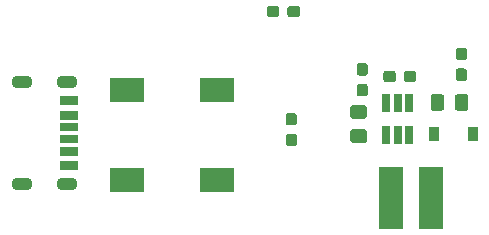
<source format=gtp>
G04 #@! TF.GenerationSoftware,KiCad,Pcbnew,(5.1.5-0)*
G04 #@! TF.CreationDate,2022-02-08T08:58:47-07:00*
G04 #@! TF.ProjectId,TPS61165-heater-v2,54505336-3131-4363-952d-686561746572,rev?*
G04 #@! TF.SameCoordinates,Original*
G04 #@! TF.FileFunction,Paste,Top*
G04 #@! TF.FilePolarity,Positive*
%FSLAX46Y46*%
G04 Gerber Fmt 4.6, Leading zero omitted, Abs format (unit mm)*
G04 Created by KiCad (PCBNEW (5.1.5-0)) date 2022-02-08 08:58:47*
%MOMM*%
%LPD*%
G04 APERTURE LIST*
%ADD10C,0.100000*%
%ADD11R,3.000000X2.000000*%
%ADD12R,0.650000X1.560000*%
%ADD13R,2.000000X5.300000*%
%ADD14O,1.800000X1.100000*%
%ADD15R,1.500000X0.800000*%
%ADD16R,1.500000X0.760000*%
%ADD17R,1.500000X0.700000*%
%ADD18R,0.900000X1.200000*%
G04 APERTURE END LIST*
D10*
G36*
X123124000Y-77850000D02*
G01*
X123124000Y-78650000D01*
X121626000Y-78650000D01*
X121626000Y-77850000D01*
X123124000Y-77850000D01*
G37*
G36*
X123124000Y-79100000D02*
G01*
X123124000Y-79860000D01*
X121626000Y-79860000D01*
X121626000Y-79100000D01*
X123124000Y-79100000D01*
G37*
G36*
X123124000Y-80149000D02*
G01*
X123124000Y-80850000D01*
X121626000Y-80850000D01*
X121626000Y-80149000D01*
X123124000Y-80149000D01*
G37*
G36*
X123124000Y-81150000D02*
G01*
X123124000Y-81851000D01*
X121626000Y-81851000D01*
X121626000Y-81150000D01*
X123124000Y-81150000D01*
G37*
G36*
X123124000Y-82140000D02*
G01*
X123124000Y-82900000D01*
X121626000Y-82900000D01*
X121626000Y-82140000D01*
X123124000Y-82140000D01*
G37*
G36*
X123124000Y-83349000D02*
G01*
X123124000Y-84150000D01*
X121626000Y-84150000D01*
X121626000Y-83349000D01*
X123124000Y-83349000D01*
G37*
D11*
X127300000Y-77390000D03*
X127300000Y-85010000D03*
X134900000Y-85010000D03*
X134900000Y-77390000D03*
D10*
G36*
X141460779Y-81051144D02*
G01*
X141483834Y-81054563D01*
X141506443Y-81060227D01*
X141528387Y-81068079D01*
X141549457Y-81078044D01*
X141569448Y-81090026D01*
X141588168Y-81103910D01*
X141605438Y-81119562D01*
X141621090Y-81136832D01*
X141634974Y-81155552D01*
X141646956Y-81175543D01*
X141656921Y-81196613D01*
X141664773Y-81218557D01*
X141670437Y-81241166D01*
X141673856Y-81264221D01*
X141675000Y-81287500D01*
X141675000Y-81862500D01*
X141673856Y-81885779D01*
X141670437Y-81908834D01*
X141664773Y-81931443D01*
X141656921Y-81953387D01*
X141646956Y-81974457D01*
X141634974Y-81994448D01*
X141621090Y-82013168D01*
X141605438Y-82030438D01*
X141588168Y-82046090D01*
X141569448Y-82059974D01*
X141549457Y-82071956D01*
X141528387Y-82081921D01*
X141506443Y-82089773D01*
X141483834Y-82095437D01*
X141460779Y-82098856D01*
X141437500Y-82100000D01*
X140962500Y-82100000D01*
X140939221Y-82098856D01*
X140916166Y-82095437D01*
X140893557Y-82089773D01*
X140871613Y-82081921D01*
X140850543Y-82071956D01*
X140830552Y-82059974D01*
X140811832Y-82046090D01*
X140794562Y-82030438D01*
X140778910Y-82013168D01*
X140765026Y-81994448D01*
X140753044Y-81974457D01*
X140743079Y-81953387D01*
X140735227Y-81931443D01*
X140729563Y-81908834D01*
X140726144Y-81885779D01*
X140725000Y-81862500D01*
X140725000Y-81287500D01*
X140726144Y-81264221D01*
X140729563Y-81241166D01*
X140735227Y-81218557D01*
X140743079Y-81196613D01*
X140753044Y-81175543D01*
X140765026Y-81155552D01*
X140778910Y-81136832D01*
X140794562Y-81119562D01*
X140811832Y-81103910D01*
X140830552Y-81090026D01*
X140850543Y-81078044D01*
X140871613Y-81068079D01*
X140893557Y-81060227D01*
X140916166Y-81054563D01*
X140939221Y-81051144D01*
X140962500Y-81050000D01*
X141437500Y-81050000D01*
X141460779Y-81051144D01*
G37*
G36*
X141460779Y-79301144D02*
G01*
X141483834Y-79304563D01*
X141506443Y-79310227D01*
X141528387Y-79318079D01*
X141549457Y-79328044D01*
X141569448Y-79340026D01*
X141588168Y-79353910D01*
X141605438Y-79369562D01*
X141621090Y-79386832D01*
X141634974Y-79405552D01*
X141646956Y-79425543D01*
X141656921Y-79446613D01*
X141664773Y-79468557D01*
X141670437Y-79491166D01*
X141673856Y-79514221D01*
X141675000Y-79537500D01*
X141675000Y-80112500D01*
X141673856Y-80135779D01*
X141670437Y-80158834D01*
X141664773Y-80181443D01*
X141656921Y-80203387D01*
X141646956Y-80224457D01*
X141634974Y-80244448D01*
X141621090Y-80263168D01*
X141605438Y-80280438D01*
X141588168Y-80296090D01*
X141569448Y-80309974D01*
X141549457Y-80321956D01*
X141528387Y-80331921D01*
X141506443Y-80339773D01*
X141483834Y-80345437D01*
X141460779Y-80348856D01*
X141437500Y-80350000D01*
X140962500Y-80350000D01*
X140939221Y-80348856D01*
X140916166Y-80345437D01*
X140893557Y-80339773D01*
X140871613Y-80331921D01*
X140850543Y-80321956D01*
X140830552Y-80309974D01*
X140811832Y-80296090D01*
X140794562Y-80280438D01*
X140778910Y-80263168D01*
X140765026Y-80244448D01*
X140753044Y-80224457D01*
X140743079Y-80203387D01*
X140735227Y-80181443D01*
X140729563Y-80158834D01*
X140726144Y-80135779D01*
X140725000Y-80112500D01*
X140725000Y-79537500D01*
X140726144Y-79514221D01*
X140729563Y-79491166D01*
X140735227Y-79468557D01*
X140743079Y-79446613D01*
X140753044Y-79425543D01*
X140765026Y-79405552D01*
X140778910Y-79386832D01*
X140794562Y-79369562D01*
X140811832Y-79353910D01*
X140830552Y-79340026D01*
X140850543Y-79328044D01*
X140871613Y-79318079D01*
X140893557Y-79310227D01*
X140916166Y-79304563D01*
X140939221Y-79301144D01*
X140962500Y-79300000D01*
X141437500Y-79300000D01*
X141460779Y-79301144D01*
G37*
G36*
X139960779Y-70226144D02*
G01*
X139983834Y-70229563D01*
X140006443Y-70235227D01*
X140028387Y-70243079D01*
X140049457Y-70253044D01*
X140069448Y-70265026D01*
X140088168Y-70278910D01*
X140105438Y-70294562D01*
X140121090Y-70311832D01*
X140134974Y-70330552D01*
X140146956Y-70350543D01*
X140156921Y-70371613D01*
X140164773Y-70393557D01*
X140170437Y-70416166D01*
X140173856Y-70439221D01*
X140175000Y-70462500D01*
X140175000Y-70937500D01*
X140173856Y-70960779D01*
X140170437Y-70983834D01*
X140164773Y-71006443D01*
X140156921Y-71028387D01*
X140146956Y-71049457D01*
X140134974Y-71069448D01*
X140121090Y-71088168D01*
X140105438Y-71105438D01*
X140088168Y-71121090D01*
X140069448Y-71134974D01*
X140049457Y-71146956D01*
X140028387Y-71156921D01*
X140006443Y-71164773D01*
X139983834Y-71170437D01*
X139960779Y-71173856D01*
X139937500Y-71175000D01*
X139362500Y-71175000D01*
X139339221Y-71173856D01*
X139316166Y-71170437D01*
X139293557Y-71164773D01*
X139271613Y-71156921D01*
X139250543Y-71146956D01*
X139230552Y-71134974D01*
X139211832Y-71121090D01*
X139194562Y-71105438D01*
X139178910Y-71088168D01*
X139165026Y-71069448D01*
X139153044Y-71049457D01*
X139143079Y-71028387D01*
X139135227Y-71006443D01*
X139129563Y-70983834D01*
X139126144Y-70960779D01*
X139125000Y-70937500D01*
X139125000Y-70462500D01*
X139126144Y-70439221D01*
X139129563Y-70416166D01*
X139135227Y-70393557D01*
X139143079Y-70371613D01*
X139153044Y-70350543D01*
X139165026Y-70330552D01*
X139178910Y-70311832D01*
X139194562Y-70294562D01*
X139211832Y-70278910D01*
X139230552Y-70265026D01*
X139250543Y-70253044D01*
X139271613Y-70243079D01*
X139293557Y-70235227D01*
X139316166Y-70229563D01*
X139339221Y-70226144D01*
X139362500Y-70225000D01*
X139937500Y-70225000D01*
X139960779Y-70226144D01*
G37*
G36*
X141710779Y-70226144D02*
G01*
X141733834Y-70229563D01*
X141756443Y-70235227D01*
X141778387Y-70243079D01*
X141799457Y-70253044D01*
X141819448Y-70265026D01*
X141838168Y-70278910D01*
X141855438Y-70294562D01*
X141871090Y-70311832D01*
X141884974Y-70330552D01*
X141896956Y-70350543D01*
X141906921Y-70371613D01*
X141914773Y-70393557D01*
X141920437Y-70416166D01*
X141923856Y-70439221D01*
X141925000Y-70462500D01*
X141925000Y-70937500D01*
X141923856Y-70960779D01*
X141920437Y-70983834D01*
X141914773Y-71006443D01*
X141906921Y-71028387D01*
X141896956Y-71049457D01*
X141884974Y-71069448D01*
X141871090Y-71088168D01*
X141855438Y-71105438D01*
X141838168Y-71121090D01*
X141819448Y-71134974D01*
X141799457Y-71146956D01*
X141778387Y-71156921D01*
X141756443Y-71164773D01*
X141733834Y-71170437D01*
X141710779Y-71173856D01*
X141687500Y-71175000D01*
X141112500Y-71175000D01*
X141089221Y-71173856D01*
X141066166Y-71170437D01*
X141043557Y-71164773D01*
X141021613Y-71156921D01*
X141000543Y-71146956D01*
X140980552Y-71134974D01*
X140961832Y-71121090D01*
X140944562Y-71105438D01*
X140928910Y-71088168D01*
X140915026Y-71069448D01*
X140903044Y-71049457D01*
X140893079Y-71028387D01*
X140885227Y-71006443D01*
X140879563Y-70983834D01*
X140876144Y-70960779D01*
X140875000Y-70937500D01*
X140875000Y-70462500D01*
X140876144Y-70439221D01*
X140879563Y-70416166D01*
X140885227Y-70393557D01*
X140893079Y-70371613D01*
X140903044Y-70350543D01*
X140915026Y-70330552D01*
X140928910Y-70311832D01*
X140944562Y-70294562D01*
X140961832Y-70278910D01*
X140980552Y-70265026D01*
X141000543Y-70253044D01*
X141021613Y-70243079D01*
X141043557Y-70235227D01*
X141066166Y-70229563D01*
X141089221Y-70226144D01*
X141112500Y-70225000D01*
X141687500Y-70225000D01*
X141710779Y-70226144D01*
G37*
D12*
X150200000Y-78450000D03*
X149250000Y-78450000D03*
X151150000Y-78450000D03*
X151150000Y-81150000D03*
X150200000Y-81150000D03*
X149250000Y-81150000D03*
D13*
X153000000Y-86500000D03*
X149600000Y-86500000D03*
D10*
G36*
X155860779Y-75526144D02*
G01*
X155883834Y-75529563D01*
X155906443Y-75535227D01*
X155928387Y-75543079D01*
X155949457Y-75553044D01*
X155969448Y-75565026D01*
X155988168Y-75578910D01*
X156005438Y-75594562D01*
X156021090Y-75611832D01*
X156034974Y-75630552D01*
X156046956Y-75650543D01*
X156056921Y-75671613D01*
X156064773Y-75693557D01*
X156070437Y-75716166D01*
X156073856Y-75739221D01*
X156075000Y-75762500D01*
X156075000Y-76337500D01*
X156073856Y-76360779D01*
X156070437Y-76383834D01*
X156064773Y-76406443D01*
X156056921Y-76428387D01*
X156046956Y-76449457D01*
X156034974Y-76469448D01*
X156021090Y-76488168D01*
X156005438Y-76505438D01*
X155988168Y-76521090D01*
X155969448Y-76534974D01*
X155949457Y-76546956D01*
X155928387Y-76556921D01*
X155906443Y-76564773D01*
X155883834Y-76570437D01*
X155860779Y-76573856D01*
X155837500Y-76575000D01*
X155362500Y-76575000D01*
X155339221Y-76573856D01*
X155316166Y-76570437D01*
X155293557Y-76564773D01*
X155271613Y-76556921D01*
X155250543Y-76546956D01*
X155230552Y-76534974D01*
X155211832Y-76521090D01*
X155194562Y-76505438D01*
X155178910Y-76488168D01*
X155165026Y-76469448D01*
X155153044Y-76449457D01*
X155143079Y-76428387D01*
X155135227Y-76406443D01*
X155129563Y-76383834D01*
X155126144Y-76360779D01*
X155125000Y-76337500D01*
X155125000Y-75762500D01*
X155126144Y-75739221D01*
X155129563Y-75716166D01*
X155135227Y-75693557D01*
X155143079Y-75671613D01*
X155153044Y-75650543D01*
X155165026Y-75630552D01*
X155178910Y-75611832D01*
X155194562Y-75594562D01*
X155211832Y-75578910D01*
X155230552Y-75565026D01*
X155250543Y-75553044D01*
X155271613Y-75543079D01*
X155293557Y-75535227D01*
X155316166Y-75529563D01*
X155339221Y-75526144D01*
X155362500Y-75525000D01*
X155837500Y-75525000D01*
X155860779Y-75526144D01*
G37*
G36*
X155860779Y-73776144D02*
G01*
X155883834Y-73779563D01*
X155906443Y-73785227D01*
X155928387Y-73793079D01*
X155949457Y-73803044D01*
X155969448Y-73815026D01*
X155988168Y-73828910D01*
X156005438Y-73844562D01*
X156021090Y-73861832D01*
X156034974Y-73880552D01*
X156046956Y-73900543D01*
X156056921Y-73921613D01*
X156064773Y-73943557D01*
X156070437Y-73966166D01*
X156073856Y-73989221D01*
X156075000Y-74012500D01*
X156075000Y-74587500D01*
X156073856Y-74610779D01*
X156070437Y-74633834D01*
X156064773Y-74656443D01*
X156056921Y-74678387D01*
X156046956Y-74699457D01*
X156034974Y-74719448D01*
X156021090Y-74738168D01*
X156005438Y-74755438D01*
X155988168Y-74771090D01*
X155969448Y-74784974D01*
X155949457Y-74796956D01*
X155928387Y-74806921D01*
X155906443Y-74814773D01*
X155883834Y-74820437D01*
X155860779Y-74823856D01*
X155837500Y-74825000D01*
X155362500Y-74825000D01*
X155339221Y-74823856D01*
X155316166Y-74820437D01*
X155293557Y-74814773D01*
X155271613Y-74806921D01*
X155250543Y-74796956D01*
X155230552Y-74784974D01*
X155211832Y-74771090D01*
X155194562Y-74755438D01*
X155178910Y-74738168D01*
X155165026Y-74719448D01*
X155153044Y-74699457D01*
X155143079Y-74678387D01*
X155135227Y-74656443D01*
X155129563Y-74633834D01*
X155126144Y-74610779D01*
X155125000Y-74587500D01*
X155125000Y-74012500D01*
X155126144Y-73989221D01*
X155129563Y-73966166D01*
X155135227Y-73943557D01*
X155143079Y-73921613D01*
X155153044Y-73900543D01*
X155165026Y-73880552D01*
X155178910Y-73861832D01*
X155194562Y-73844562D01*
X155211832Y-73828910D01*
X155230552Y-73815026D01*
X155250543Y-73803044D01*
X155271613Y-73793079D01*
X155293557Y-73785227D01*
X155316166Y-73779563D01*
X155339221Y-73776144D01*
X155362500Y-73775000D01*
X155837500Y-73775000D01*
X155860779Y-73776144D01*
G37*
G36*
X147460779Y-75076144D02*
G01*
X147483834Y-75079563D01*
X147506443Y-75085227D01*
X147528387Y-75093079D01*
X147549457Y-75103044D01*
X147569448Y-75115026D01*
X147588168Y-75128910D01*
X147605438Y-75144562D01*
X147621090Y-75161832D01*
X147634974Y-75180552D01*
X147646956Y-75200543D01*
X147656921Y-75221613D01*
X147664773Y-75243557D01*
X147670437Y-75266166D01*
X147673856Y-75289221D01*
X147675000Y-75312500D01*
X147675000Y-75887500D01*
X147673856Y-75910779D01*
X147670437Y-75933834D01*
X147664773Y-75956443D01*
X147656921Y-75978387D01*
X147646956Y-75999457D01*
X147634974Y-76019448D01*
X147621090Y-76038168D01*
X147605438Y-76055438D01*
X147588168Y-76071090D01*
X147569448Y-76084974D01*
X147549457Y-76096956D01*
X147528387Y-76106921D01*
X147506443Y-76114773D01*
X147483834Y-76120437D01*
X147460779Y-76123856D01*
X147437500Y-76125000D01*
X146962500Y-76125000D01*
X146939221Y-76123856D01*
X146916166Y-76120437D01*
X146893557Y-76114773D01*
X146871613Y-76106921D01*
X146850543Y-76096956D01*
X146830552Y-76084974D01*
X146811832Y-76071090D01*
X146794562Y-76055438D01*
X146778910Y-76038168D01*
X146765026Y-76019448D01*
X146753044Y-75999457D01*
X146743079Y-75978387D01*
X146735227Y-75956443D01*
X146729563Y-75933834D01*
X146726144Y-75910779D01*
X146725000Y-75887500D01*
X146725000Y-75312500D01*
X146726144Y-75289221D01*
X146729563Y-75266166D01*
X146735227Y-75243557D01*
X146743079Y-75221613D01*
X146753044Y-75200543D01*
X146765026Y-75180552D01*
X146778910Y-75161832D01*
X146794562Y-75144562D01*
X146811832Y-75128910D01*
X146830552Y-75115026D01*
X146850543Y-75103044D01*
X146871613Y-75093079D01*
X146893557Y-75085227D01*
X146916166Y-75079563D01*
X146939221Y-75076144D01*
X146962500Y-75075000D01*
X147437500Y-75075000D01*
X147460779Y-75076144D01*
G37*
G36*
X147460779Y-76826144D02*
G01*
X147483834Y-76829563D01*
X147506443Y-76835227D01*
X147528387Y-76843079D01*
X147549457Y-76853044D01*
X147569448Y-76865026D01*
X147588168Y-76878910D01*
X147605438Y-76894562D01*
X147621090Y-76911832D01*
X147634974Y-76930552D01*
X147646956Y-76950543D01*
X147656921Y-76971613D01*
X147664773Y-76993557D01*
X147670437Y-77016166D01*
X147673856Y-77039221D01*
X147675000Y-77062500D01*
X147675000Y-77637500D01*
X147673856Y-77660779D01*
X147670437Y-77683834D01*
X147664773Y-77706443D01*
X147656921Y-77728387D01*
X147646956Y-77749457D01*
X147634974Y-77769448D01*
X147621090Y-77788168D01*
X147605438Y-77805438D01*
X147588168Y-77821090D01*
X147569448Y-77834974D01*
X147549457Y-77846956D01*
X147528387Y-77856921D01*
X147506443Y-77864773D01*
X147483834Y-77870437D01*
X147460779Y-77873856D01*
X147437500Y-77875000D01*
X146962500Y-77875000D01*
X146939221Y-77873856D01*
X146916166Y-77870437D01*
X146893557Y-77864773D01*
X146871613Y-77856921D01*
X146850543Y-77846956D01*
X146830552Y-77834974D01*
X146811832Y-77821090D01*
X146794562Y-77805438D01*
X146778910Y-77788168D01*
X146765026Y-77769448D01*
X146753044Y-77749457D01*
X146743079Y-77728387D01*
X146735227Y-77706443D01*
X146729563Y-77683834D01*
X146726144Y-77660779D01*
X146725000Y-77637500D01*
X146725000Y-77062500D01*
X146726144Y-77039221D01*
X146729563Y-77016166D01*
X146735227Y-76993557D01*
X146743079Y-76971613D01*
X146753044Y-76950543D01*
X146765026Y-76930552D01*
X146778910Y-76911832D01*
X146794562Y-76894562D01*
X146811832Y-76878910D01*
X146830552Y-76865026D01*
X146850543Y-76853044D01*
X146871613Y-76843079D01*
X146893557Y-76835227D01*
X146916166Y-76829563D01*
X146939221Y-76826144D01*
X146962500Y-76825000D01*
X147437500Y-76825000D01*
X147460779Y-76826144D01*
G37*
D14*
X118425000Y-76680000D03*
X118425000Y-85320000D03*
X122225000Y-76680000D03*
X122225000Y-85320000D03*
D15*
X122375000Y-78250000D03*
D16*
X122375000Y-79480000D03*
D17*
X122375000Y-80500000D03*
X122375000Y-81500000D03*
D16*
X122375000Y-82520000D03*
D15*
X122375000Y-83750000D03*
D18*
X153250000Y-81100000D03*
X156550000Y-81100000D03*
D10*
G36*
X147374505Y-78626204D02*
G01*
X147398773Y-78629804D01*
X147422572Y-78635765D01*
X147445671Y-78644030D01*
X147467850Y-78654520D01*
X147488893Y-78667132D01*
X147508599Y-78681747D01*
X147526777Y-78698223D01*
X147543253Y-78716401D01*
X147557868Y-78736107D01*
X147570480Y-78757150D01*
X147580970Y-78779329D01*
X147589235Y-78802428D01*
X147595196Y-78826227D01*
X147598796Y-78850495D01*
X147600000Y-78874999D01*
X147600000Y-79525001D01*
X147598796Y-79549505D01*
X147595196Y-79573773D01*
X147589235Y-79597572D01*
X147580970Y-79620671D01*
X147570480Y-79642850D01*
X147557868Y-79663893D01*
X147543253Y-79683599D01*
X147526777Y-79701777D01*
X147508599Y-79718253D01*
X147488893Y-79732868D01*
X147467850Y-79745480D01*
X147445671Y-79755970D01*
X147422572Y-79764235D01*
X147398773Y-79770196D01*
X147374505Y-79773796D01*
X147350001Y-79775000D01*
X146449999Y-79775000D01*
X146425495Y-79773796D01*
X146401227Y-79770196D01*
X146377428Y-79764235D01*
X146354329Y-79755970D01*
X146332150Y-79745480D01*
X146311107Y-79732868D01*
X146291401Y-79718253D01*
X146273223Y-79701777D01*
X146256747Y-79683599D01*
X146242132Y-79663893D01*
X146229520Y-79642850D01*
X146219030Y-79620671D01*
X146210765Y-79597572D01*
X146204804Y-79573773D01*
X146201204Y-79549505D01*
X146200000Y-79525001D01*
X146200000Y-78874999D01*
X146201204Y-78850495D01*
X146204804Y-78826227D01*
X146210765Y-78802428D01*
X146219030Y-78779329D01*
X146229520Y-78757150D01*
X146242132Y-78736107D01*
X146256747Y-78716401D01*
X146273223Y-78698223D01*
X146291401Y-78681747D01*
X146311107Y-78667132D01*
X146332150Y-78654520D01*
X146354329Y-78644030D01*
X146377428Y-78635765D01*
X146401227Y-78629804D01*
X146425495Y-78626204D01*
X146449999Y-78625000D01*
X147350001Y-78625000D01*
X147374505Y-78626204D01*
G37*
G36*
X147374505Y-80676204D02*
G01*
X147398773Y-80679804D01*
X147422572Y-80685765D01*
X147445671Y-80694030D01*
X147467850Y-80704520D01*
X147488893Y-80717132D01*
X147508599Y-80731747D01*
X147526777Y-80748223D01*
X147543253Y-80766401D01*
X147557868Y-80786107D01*
X147570480Y-80807150D01*
X147580970Y-80829329D01*
X147589235Y-80852428D01*
X147595196Y-80876227D01*
X147598796Y-80900495D01*
X147600000Y-80924999D01*
X147600000Y-81575001D01*
X147598796Y-81599505D01*
X147595196Y-81623773D01*
X147589235Y-81647572D01*
X147580970Y-81670671D01*
X147570480Y-81692850D01*
X147557868Y-81713893D01*
X147543253Y-81733599D01*
X147526777Y-81751777D01*
X147508599Y-81768253D01*
X147488893Y-81782868D01*
X147467850Y-81795480D01*
X147445671Y-81805970D01*
X147422572Y-81814235D01*
X147398773Y-81820196D01*
X147374505Y-81823796D01*
X147350001Y-81825000D01*
X146449999Y-81825000D01*
X146425495Y-81823796D01*
X146401227Y-81820196D01*
X146377428Y-81814235D01*
X146354329Y-81805970D01*
X146332150Y-81795480D01*
X146311107Y-81782868D01*
X146291401Y-81768253D01*
X146273223Y-81751777D01*
X146256747Y-81733599D01*
X146242132Y-81713893D01*
X146229520Y-81692850D01*
X146219030Y-81670671D01*
X146210765Y-81647572D01*
X146204804Y-81623773D01*
X146201204Y-81599505D01*
X146200000Y-81575001D01*
X146200000Y-80924999D01*
X146201204Y-80900495D01*
X146204804Y-80876227D01*
X146210765Y-80852428D01*
X146219030Y-80829329D01*
X146229520Y-80807150D01*
X146242132Y-80786107D01*
X146256747Y-80766401D01*
X146273223Y-80748223D01*
X146291401Y-80731747D01*
X146311107Y-80717132D01*
X146332150Y-80704520D01*
X146354329Y-80694030D01*
X146377428Y-80685765D01*
X146401227Y-80679804D01*
X146425495Y-80676204D01*
X146449999Y-80675000D01*
X147350001Y-80675000D01*
X147374505Y-80676204D01*
G37*
G36*
X153924505Y-77701204D02*
G01*
X153948773Y-77704804D01*
X153972572Y-77710765D01*
X153995671Y-77719030D01*
X154017850Y-77729520D01*
X154038893Y-77742132D01*
X154058599Y-77756747D01*
X154076777Y-77773223D01*
X154093253Y-77791401D01*
X154107868Y-77811107D01*
X154120480Y-77832150D01*
X154130970Y-77854329D01*
X154139235Y-77877428D01*
X154145196Y-77901227D01*
X154148796Y-77925495D01*
X154150000Y-77949999D01*
X154150000Y-78850001D01*
X154148796Y-78874505D01*
X154145196Y-78898773D01*
X154139235Y-78922572D01*
X154130970Y-78945671D01*
X154120480Y-78967850D01*
X154107868Y-78988893D01*
X154093253Y-79008599D01*
X154076777Y-79026777D01*
X154058599Y-79043253D01*
X154038893Y-79057868D01*
X154017850Y-79070480D01*
X153995671Y-79080970D01*
X153972572Y-79089235D01*
X153948773Y-79095196D01*
X153924505Y-79098796D01*
X153900001Y-79100000D01*
X153249999Y-79100000D01*
X153225495Y-79098796D01*
X153201227Y-79095196D01*
X153177428Y-79089235D01*
X153154329Y-79080970D01*
X153132150Y-79070480D01*
X153111107Y-79057868D01*
X153091401Y-79043253D01*
X153073223Y-79026777D01*
X153056747Y-79008599D01*
X153042132Y-78988893D01*
X153029520Y-78967850D01*
X153019030Y-78945671D01*
X153010765Y-78922572D01*
X153004804Y-78898773D01*
X153001204Y-78874505D01*
X153000000Y-78850001D01*
X153000000Y-77949999D01*
X153001204Y-77925495D01*
X153004804Y-77901227D01*
X153010765Y-77877428D01*
X153019030Y-77854329D01*
X153029520Y-77832150D01*
X153042132Y-77811107D01*
X153056747Y-77791401D01*
X153073223Y-77773223D01*
X153091401Y-77756747D01*
X153111107Y-77742132D01*
X153132150Y-77729520D01*
X153154329Y-77719030D01*
X153177428Y-77710765D01*
X153201227Y-77704804D01*
X153225495Y-77701204D01*
X153249999Y-77700000D01*
X153900001Y-77700000D01*
X153924505Y-77701204D01*
G37*
G36*
X155974505Y-77701204D02*
G01*
X155998773Y-77704804D01*
X156022572Y-77710765D01*
X156045671Y-77719030D01*
X156067850Y-77729520D01*
X156088893Y-77742132D01*
X156108599Y-77756747D01*
X156126777Y-77773223D01*
X156143253Y-77791401D01*
X156157868Y-77811107D01*
X156170480Y-77832150D01*
X156180970Y-77854329D01*
X156189235Y-77877428D01*
X156195196Y-77901227D01*
X156198796Y-77925495D01*
X156200000Y-77949999D01*
X156200000Y-78850001D01*
X156198796Y-78874505D01*
X156195196Y-78898773D01*
X156189235Y-78922572D01*
X156180970Y-78945671D01*
X156170480Y-78967850D01*
X156157868Y-78988893D01*
X156143253Y-79008599D01*
X156126777Y-79026777D01*
X156108599Y-79043253D01*
X156088893Y-79057868D01*
X156067850Y-79070480D01*
X156045671Y-79080970D01*
X156022572Y-79089235D01*
X155998773Y-79095196D01*
X155974505Y-79098796D01*
X155950001Y-79100000D01*
X155299999Y-79100000D01*
X155275495Y-79098796D01*
X155251227Y-79095196D01*
X155227428Y-79089235D01*
X155204329Y-79080970D01*
X155182150Y-79070480D01*
X155161107Y-79057868D01*
X155141401Y-79043253D01*
X155123223Y-79026777D01*
X155106747Y-79008599D01*
X155092132Y-78988893D01*
X155079520Y-78967850D01*
X155069030Y-78945671D01*
X155060765Y-78922572D01*
X155054804Y-78898773D01*
X155051204Y-78874505D01*
X155050000Y-78850001D01*
X155050000Y-77949999D01*
X155051204Y-77925495D01*
X155054804Y-77901227D01*
X155060765Y-77877428D01*
X155069030Y-77854329D01*
X155079520Y-77832150D01*
X155092132Y-77811107D01*
X155106747Y-77791401D01*
X155123223Y-77773223D01*
X155141401Y-77756747D01*
X155161107Y-77742132D01*
X155182150Y-77729520D01*
X155204329Y-77719030D01*
X155227428Y-77710765D01*
X155251227Y-77704804D01*
X155275495Y-77701204D01*
X155299999Y-77700000D01*
X155950001Y-77700000D01*
X155974505Y-77701204D01*
G37*
G36*
X151585779Y-75726144D02*
G01*
X151608834Y-75729563D01*
X151631443Y-75735227D01*
X151653387Y-75743079D01*
X151674457Y-75753044D01*
X151694448Y-75765026D01*
X151713168Y-75778910D01*
X151730438Y-75794562D01*
X151746090Y-75811832D01*
X151759974Y-75830552D01*
X151771956Y-75850543D01*
X151781921Y-75871613D01*
X151789773Y-75893557D01*
X151795437Y-75916166D01*
X151798856Y-75939221D01*
X151800000Y-75962500D01*
X151800000Y-76437500D01*
X151798856Y-76460779D01*
X151795437Y-76483834D01*
X151789773Y-76506443D01*
X151781921Y-76528387D01*
X151771956Y-76549457D01*
X151759974Y-76569448D01*
X151746090Y-76588168D01*
X151730438Y-76605438D01*
X151713168Y-76621090D01*
X151694448Y-76634974D01*
X151674457Y-76646956D01*
X151653387Y-76656921D01*
X151631443Y-76664773D01*
X151608834Y-76670437D01*
X151585779Y-76673856D01*
X151562500Y-76675000D01*
X150987500Y-76675000D01*
X150964221Y-76673856D01*
X150941166Y-76670437D01*
X150918557Y-76664773D01*
X150896613Y-76656921D01*
X150875543Y-76646956D01*
X150855552Y-76634974D01*
X150836832Y-76621090D01*
X150819562Y-76605438D01*
X150803910Y-76588168D01*
X150790026Y-76569448D01*
X150778044Y-76549457D01*
X150768079Y-76528387D01*
X150760227Y-76506443D01*
X150754563Y-76483834D01*
X150751144Y-76460779D01*
X150750000Y-76437500D01*
X150750000Y-75962500D01*
X150751144Y-75939221D01*
X150754563Y-75916166D01*
X150760227Y-75893557D01*
X150768079Y-75871613D01*
X150778044Y-75850543D01*
X150790026Y-75830552D01*
X150803910Y-75811832D01*
X150819562Y-75794562D01*
X150836832Y-75778910D01*
X150855552Y-75765026D01*
X150875543Y-75753044D01*
X150896613Y-75743079D01*
X150918557Y-75735227D01*
X150941166Y-75729563D01*
X150964221Y-75726144D01*
X150987500Y-75725000D01*
X151562500Y-75725000D01*
X151585779Y-75726144D01*
G37*
G36*
X149835779Y-75726144D02*
G01*
X149858834Y-75729563D01*
X149881443Y-75735227D01*
X149903387Y-75743079D01*
X149924457Y-75753044D01*
X149944448Y-75765026D01*
X149963168Y-75778910D01*
X149980438Y-75794562D01*
X149996090Y-75811832D01*
X150009974Y-75830552D01*
X150021956Y-75850543D01*
X150031921Y-75871613D01*
X150039773Y-75893557D01*
X150045437Y-75916166D01*
X150048856Y-75939221D01*
X150050000Y-75962500D01*
X150050000Y-76437500D01*
X150048856Y-76460779D01*
X150045437Y-76483834D01*
X150039773Y-76506443D01*
X150031921Y-76528387D01*
X150021956Y-76549457D01*
X150009974Y-76569448D01*
X149996090Y-76588168D01*
X149980438Y-76605438D01*
X149963168Y-76621090D01*
X149944448Y-76634974D01*
X149924457Y-76646956D01*
X149903387Y-76656921D01*
X149881443Y-76664773D01*
X149858834Y-76670437D01*
X149835779Y-76673856D01*
X149812500Y-76675000D01*
X149237500Y-76675000D01*
X149214221Y-76673856D01*
X149191166Y-76670437D01*
X149168557Y-76664773D01*
X149146613Y-76656921D01*
X149125543Y-76646956D01*
X149105552Y-76634974D01*
X149086832Y-76621090D01*
X149069562Y-76605438D01*
X149053910Y-76588168D01*
X149040026Y-76569448D01*
X149028044Y-76549457D01*
X149018079Y-76528387D01*
X149010227Y-76506443D01*
X149004563Y-76483834D01*
X149001144Y-76460779D01*
X149000000Y-76437500D01*
X149000000Y-75962500D01*
X149001144Y-75939221D01*
X149004563Y-75916166D01*
X149010227Y-75893557D01*
X149018079Y-75871613D01*
X149028044Y-75850543D01*
X149040026Y-75830552D01*
X149053910Y-75811832D01*
X149069562Y-75794562D01*
X149086832Y-75778910D01*
X149105552Y-75765026D01*
X149125543Y-75753044D01*
X149146613Y-75743079D01*
X149168557Y-75735227D01*
X149191166Y-75729563D01*
X149214221Y-75726144D01*
X149237500Y-75725000D01*
X149812500Y-75725000D01*
X149835779Y-75726144D01*
G37*
M02*

</source>
